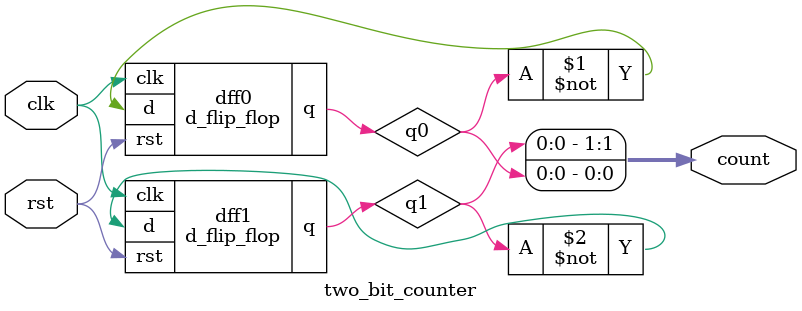
<source format=v>
`timescale 1ns / 1ps


module d_flip_flop (
    input clk,
    input rst,
    input d,
    output reg q
);
    always @(posedge clk or posedge rst) begin
        if (rst) begin
            q <= 0;
        end else begin
            q <= d;
        end
    end
endmodule

module two_bit_counter (
    input clk,
    input rst,
    output [1:0] count
);
    wire q0, q1;
    d_flip_flop dff0 (
        .clk(clk),
        .rst(rst),
        .d(~q0),
        .q(q0)
    );
    d_flip_flop dff1 (
        .clk(clk),
        .rst(rst),
        .d(~q1),
        .q(q1)
    );

    assign count = {q1, q0};
endmodule
</source>
